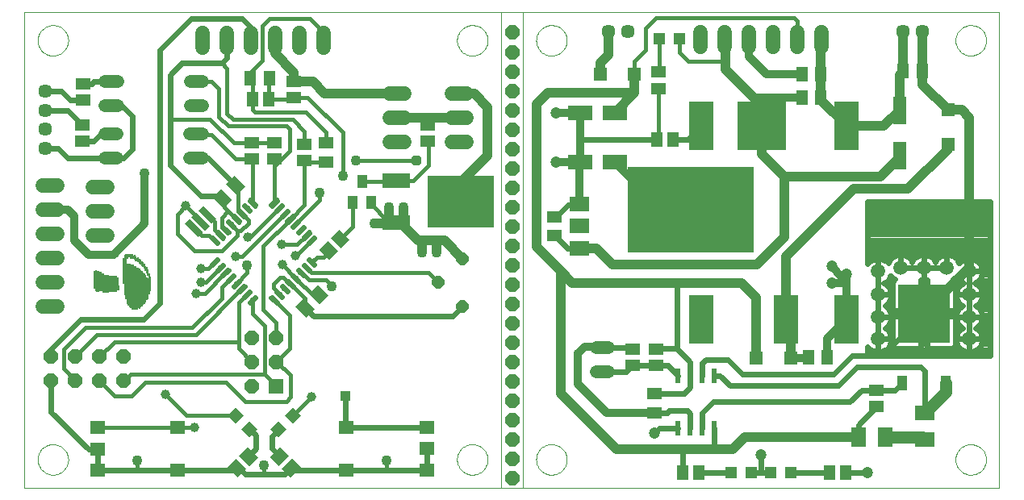
<source format=gtl>
G75*
G70*
%OFA0B0*%
%FSLAX24Y24*%
%IPPOS*%
%LPD*%
%AMOC8*
5,1,8,0,0,1.08239X$1,22.5*
%
%ADD10C,0.0000*%
%ADD11R,0.0050X0.0750*%
%ADD12R,0.0050X0.0900*%
%ADD13R,0.0050X0.0850*%
%ADD14R,0.0050X0.0800*%
%ADD15R,0.0050X0.0700*%
%ADD16R,0.0050X0.0650*%
%ADD17R,0.0050X0.0550*%
%ADD18R,0.0050X0.0200*%
%ADD19R,0.0050X0.1100*%
%ADD20R,0.0050X0.1650*%
%ADD21R,0.0050X0.1900*%
%ADD22R,0.0050X0.0150*%
%ADD23R,0.0050X0.1750*%
%ADD24R,0.0050X0.1800*%
%ADD25R,0.0050X0.1850*%
%ADD26R,0.0050X0.1700*%
%ADD27R,0.0050X0.1550*%
%ADD28R,0.0050X0.1450*%
%ADD29R,0.0050X0.1350*%
%ADD30R,0.0050X0.1250*%
%ADD31R,0.0050X0.1150*%
%ADD32R,0.0050X0.0250*%
%ADD33R,0.0050X0.0950*%
%ADD34R,0.0050X0.0600*%
%ADD35R,0.5197X0.3543*%
%ADD36R,0.0600X0.0040*%
%ADD37R,0.0720X0.0040*%
%ADD38R,0.0680X0.0040*%
%ADD39R,0.0640X0.0040*%
%ADD40R,0.0560X0.0040*%
%ADD41R,0.0520X0.0040*%
%ADD42R,0.0440X0.0040*%
%ADD43R,0.0160X0.0040*%
%ADD44R,0.0880X0.0040*%
%ADD45R,0.1320X0.0040*%
%ADD46R,0.1520X0.0040*%
%ADD47R,0.0120X0.0040*%
%ADD48R,0.1400X0.0040*%
%ADD49R,0.1440X0.0040*%
%ADD50R,0.1480X0.0040*%
%ADD51R,0.1360X0.0040*%
%ADD52R,0.1240X0.0040*%
%ADD53R,0.1160X0.0040*%
%ADD54R,0.1080X0.0040*%
%ADD55R,0.1000X0.0040*%
%ADD56R,0.0920X0.0040*%
%ADD57R,0.0200X0.0040*%
%ADD58R,0.0760X0.0040*%
%ADD59R,0.0480X0.0040*%
%ADD60R,0.0600X0.0600*%
%ADD61OC8,0.0600*%
%ADD62R,0.0591X0.0512*%
%ADD63R,0.0512X0.0630*%
%ADD64R,0.0472X0.0472*%
%ADD65R,0.0512X0.0591*%
%ADD66C,0.0600*%
%ADD67OC8,0.0517*%
%ADD68C,0.0165*%
%ADD69R,0.0630X0.0512*%
%ADD70R,0.0630X0.0551*%
%ADD71R,0.0787X0.0276*%
%ADD72R,0.2756X0.2146*%
%ADD73R,0.1180X0.0630*%
%ADD74C,0.0517*%
%ADD75C,0.0571*%
%ADD76R,0.0394X0.0551*%
%ADD77R,0.0236X0.0591*%
%ADD78R,0.0630X0.0787*%
%ADD79R,0.0551X0.0551*%
%ADD80R,0.0472X0.0472*%
%ADD81R,0.2126X0.2441*%
%ADD82R,0.0394X0.0630*%
%ADD83R,0.0787X0.0591*%
%ADD84R,0.0787X0.1496*%
%ADD85R,0.1000X0.2000*%
%ADD86R,0.2000X0.2000*%
%ADD87R,0.0787X0.0630*%
%ADD88R,0.1024X0.0630*%
%ADD89R,0.0551X0.1181*%
%ADD90C,0.0160*%
%ADD91C,0.0240*%
%ADD92C,0.0400*%
%ADD93C,0.0433*%
%ADD94C,0.0394*%
%ADD95C,0.0320*%
%ADD96C,0.0157*%
%ADD97R,0.0433X0.0433*%
%ADD98OC8,0.0433*%
%ADD99C,0.0472*%
%ADD100C,0.0591*%
%ADD101C,0.0500*%
%ADD102OC8,0.0591*%
D10*
X000180Y000314D02*
X019865Y000314D01*
X020771Y000314D01*
X040456Y000314D01*
X040456Y019999D01*
X020771Y019999D01*
X020771Y000314D01*
X019865Y000314D02*
X019865Y019999D01*
X020771Y019999D01*
X019865Y019999D02*
X000180Y019999D01*
X000180Y000314D01*
X000731Y001495D02*
X000733Y001545D01*
X000739Y001595D01*
X000749Y001644D01*
X000763Y001692D01*
X000780Y001739D01*
X000801Y001784D01*
X000826Y001828D01*
X000854Y001869D01*
X000886Y001908D01*
X000920Y001945D01*
X000957Y001979D01*
X000997Y002009D01*
X001039Y002036D01*
X001083Y002060D01*
X001129Y002081D01*
X001176Y002097D01*
X001224Y002110D01*
X001274Y002119D01*
X001323Y002124D01*
X001374Y002125D01*
X001424Y002122D01*
X001473Y002115D01*
X001522Y002104D01*
X001570Y002089D01*
X001616Y002071D01*
X001661Y002049D01*
X001704Y002023D01*
X001745Y001994D01*
X001784Y001962D01*
X001820Y001927D01*
X001852Y001889D01*
X001882Y001849D01*
X001909Y001806D01*
X001932Y001762D01*
X001951Y001716D01*
X001967Y001668D01*
X001979Y001619D01*
X001987Y001570D01*
X001991Y001520D01*
X001991Y001470D01*
X001987Y001420D01*
X001979Y001371D01*
X001967Y001322D01*
X001951Y001274D01*
X001932Y001228D01*
X001909Y001184D01*
X001882Y001141D01*
X001852Y001101D01*
X001820Y001063D01*
X001784Y001028D01*
X001745Y000996D01*
X001704Y000967D01*
X001661Y000941D01*
X001616Y000919D01*
X001570Y000901D01*
X001522Y000886D01*
X001473Y000875D01*
X001424Y000868D01*
X001374Y000865D01*
X001323Y000866D01*
X001274Y000871D01*
X001224Y000880D01*
X001176Y000893D01*
X001129Y000909D01*
X001083Y000930D01*
X001039Y000954D01*
X000997Y000981D01*
X000957Y001011D01*
X000920Y001045D01*
X000886Y001082D01*
X000854Y001121D01*
X000826Y001162D01*
X000801Y001206D01*
X000780Y001251D01*
X000763Y001298D01*
X000749Y001346D01*
X000739Y001395D01*
X000733Y001445D01*
X000731Y001495D01*
X018054Y001495D02*
X018056Y001545D01*
X018062Y001595D01*
X018072Y001644D01*
X018086Y001692D01*
X018103Y001739D01*
X018124Y001784D01*
X018149Y001828D01*
X018177Y001869D01*
X018209Y001908D01*
X018243Y001945D01*
X018280Y001979D01*
X018320Y002009D01*
X018362Y002036D01*
X018406Y002060D01*
X018452Y002081D01*
X018499Y002097D01*
X018547Y002110D01*
X018597Y002119D01*
X018646Y002124D01*
X018697Y002125D01*
X018747Y002122D01*
X018796Y002115D01*
X018845Y002104D01*
X018893Y002089D01*
X018939Y002071D01*
X018984Y002049D01*
X019027Y002023D01*
X019068Y001994D01*
X019107Y001962D01*
X019143Y001927D01*
X019175Y001889D01*
X019205Y001849D01*
X019232Y001806D01*
X019255Y001762D01*
X019274Y001716D01*
X019290Y001668D01*
X019302Y001619D01*
X019310Y001570D01*
X019314Y001520D01*
X019314Y001470D01*
X019310Y001420D01*
X019302Y001371D01*
X019290Y001322D01*
X019274Y001274D01*
X019255Y001228D01*
X019232Y001184D01*
X019205Y001141D01*
X019175Y001101D01*
X019143Y001063D01*
X019107Y001028D01*
X019068Y000996D01*
X019027Y000967D01*
X018984Y000941D01*
X018939Y000919D01*
X018893Y000901D01*
X018845Y000886D01*
X018796Y000875D01*
X018747Y000868D01*
X018697Y000865D01*
X018646Y000866D01*
X018597Y000871D01*
X018547Y000880D01*
X018499Y000893D01*
X018452Y000909D01*
X018406Y000930D01*
X018362Y000954D01*
X018320Y000981D01*
X018280Y001011D01*
X018243Y001045D01*
X018209Y001082D01*
X018177Y001121D01*
X018149Y001162D01*
X018124Y001206D01*
X018103Y001251D01*
X018086Y001298D01*
X018072Y001346D01*
X018062Y001395D01*
X018056Y001445D01*
X018054Y001495D01*
X021322Y001495D02*
X021324Y001545D01*
X021330Y001595D01*
X021340Y001644D01*
X021354Y001692D01*
X021371Y001739D01*
X021392Y001784D01*
X021417Y001828D01*
X021445Y001869D01*
X021477Y001908D01*
X021511Y001945D01*
X021548Y001979D01*
X021588Y002009D01*
X021630Y002036D01*
X021674Y002060D01*
X021720Y002081D01*
X021767Y002097D01*
X021815Y002110D01*
X021865Y002119D01*
X021914Y002124D01*
X021965Y002125D01*
X022015Y002122D01*
X022064Y002115D01*
X022113Y002104D01*
X022161Y002089D01*
X022207Y002071D01*
X022252Y002049D01*
X022295Y002023D01*
X022336Y001994D01*
X022375Y001962D01*
X022411Y001927D01*
X022443Y001889D01*
X022473Y001849D01*
X022500Y001806D01*
X022523Y001762D01*
X022542Y001716D01*
X022558Y001668D01*
X022570Y001619D01*
X022578Y001570D01*
X022582Y001520D01*
X022582Y001470D01*
X022578Y001420D01*
X022570Y001371D01*
X022558Y001322D01*
X022542Y001274D01*
X022523Y001228D01*
X022500Y001184D01*
X022473Y001141D01*
X022443Y001101D01*
X022411Y001063D01*
X022375Y001028D01*
X022336Y000996D01*
X022295Y000967D01*
X022252Y000941D01*
X022207Y000919D01*
X022161Y000901D01*
X022113Y000886D01*
X022064Y000875D01*
X022015Y000868D01*
X021965Y000865D01*
X021914Y000866D01*
X021865Y000871D01*
X021815Y000880D01*
X021767Y000893D01*
X021720Y000909D01*
X021674Y000930D01*
X021630Y000954D01*
X021588Y000981D01*
X021548Y001011D01*
X021511Y001045D01*
X021477Y001082D01*
X021445Y001121D01*
X021417Y001162D01*
X021392Y001206D01*
X021371Y001251D01*
X021354Y001298D01*
X021340Y001346D01*
X021330Y001395D01*
X021324Y001445D01*
X021322Y001495D01*
X038645Y001495D02*
X038647Y001545D01*
X038653Y001595D01*
X038663Y001644D01*
X038677Y001692D01*
X038694Y001739D01*
X038715Y001784D01*
X038740Y001828D01*
X038768Y001869D01*
X038800Y001908D01*
X038834Y001945D01*
X038871Y001979D01*
X038911Y002009D01*
X038953Y002036D01*
X038997Y002060D01*
X039043Y002081D01*
X039090Y002097D01*
X039138Y002110D01*
X039188Y002119D01*
X039237Y002124D01*
X039288Y002125D01*
X039338Y002122D01*
X039387Y002115D01*
X039436Y002104D01*
X039484Y002089D01*
X039530Y002071D01*
X039575Y002049D01*
X039618Y002023D01*
X039659Y001994D01*
X039698Y001962D01*
X039734Y001927D01*
X039766Y001889D01*
X039796Y001849D01*
X039823Y001806D01*
X039846Y001762D01*
X039865Y001716D01*
X039881Y001668D01*
X039893Y001619D01*
X039901Y001570D01*
X039905Y001520D01*
X039905Y001470D01*
X039901Y001420D01*
X039893Y001371D01*
X039881Y001322D01*
X039865Y001274D01*
X039846Y001228D01*
X039823Y001184D01*
X039796Y001141D01*
X039766Y001101D01*
X039734Y001063D01*
X039698Y001028D01*
X039659Y000996D01*
X039618Y000967D01*
X039575Y000941D01*
X039530Y000919D01*
X039484Y000901D01*
X039436Y000886D01*
X039387Y000875D01*
X039338Y000868D01*
X039288Y000865D01*
X039237Y000866D01*
X039188Y000871D01*
X039138Y000880D01*
X039090Y000893D01*
X039043Y000909D01*
X038997Y000930D01*
X038953Y000954D01*
X038911Y000981D01*
X038871Y001011D01*
X038834Y001045D01*
X038800Y001082D01*
X038768Y001121D01*
X038740Y001162D01*
X038715Y001206D01*
X038694Y001251D01*
X038677Y001298D01*
X038663Y001346D01*
X038653Y001395D01*
X038647Y001445D01*
X038645Y001495D01*
X038645Y018818D02*
X038647Y018868D01*
X038653Y018918D01*
X038663Y018967D01*
X038677Y019015D01*
X038694Y019062D01*
X038715Y019107D01*
X038740Y019151D01*
X038768Y019192D01*
X038800Y019231D01*
X038834Y019268D01*
X038871Y019302D01*
X038911Y019332D01*
X038953Y019359D01*
X038997Y019383D01*
X039043Y019404D01*
X039090Y019420D01*
X039138Y019433D01*
X039188Y019442D01*
X039237Y019447D01*
X039288Y019448D01*
X039338Y019445D01*
X039387Y019438D01*
X039436Y019427D01*
X039484Y019412D01*
X039530Y019394D01*
X039575Y019372D01*
X039618Y019346D01*
X039659Y019317D01*
X039698Y019285D01*
X039734Y019250D01*
X039766Y019212D01*
X039796Y019172D01*
X039823Y019129D01*
X039846Y019085D01*
X039865Y019039D01*
X039881Y018991D01*
X039893Y018942D01*
X039901Y018893D01*
X039905Y018843D01*
X039905Y018793D01*
X039901Y018743D01*
X039893Y018694D01*
X039881Y018645D01*
X039865Y018597D01*
X039846Y018551D01*
X039823Y018507D01*
X039796Y018464D01*
X039766Y018424D01*
X039734Y018386D01*
X039698Y018351D01*
X039659Y018319D01*
X039618Y018290D01*
X039575Y018264D01*
X039530Y018242D01*
X039484Y018224D01*
X039436Y018209D01*
X039387Y018198D01*
X039338Y018191D01*
X039288Y018188D01*
X039237Y018189D01*
X039188Y018194D01*
X039138Y018203D01*
X039090Y018216D01*
X039043Y018232D01*
X038997Y018253D01*
X038953Y018277D01*
X038911Y018304D01*
X038871Y018334D01*
X038834Y018368D01*
X038800Y018405D01*
X038768Y018444D01*
X038740Y018485D01*
X038715Y018529D01*
X038694Y018574D01*
X038677Y018621D01*
X038663Y018669D01*
X038653Y018718D01*
X038647Y018768D01*
X038645Y018818D01*
X021322Y018818D02*
X021324Y018868D01*
X021330Y018918D01*
X021340Y018967D01*
X021354Y019015D01*
X021371Y019062D01*
X021392Y019107D01*
X021417Y019151D01*
X021445Y019192D01*
X021477Y019231D01*
X021511Y019268D01*
X021548Y019302D01*
X021588Y019332D01*
X021630Y019359D01*
X021674Y019383D01*
X021720Y019404D01*
X021767Y019420D01*
X021815Y019433D01*
X021865Y019442D01*
X021914Y019447D01*
X021965Y019448D01*
X022015Y019445D01*
X022064Y019438D01*
X022113Y019427D01*
X022161Y019412D01*
X022207Y019394D01*
X022252Y019372D01*
X022295Y019346D01*
X022336Y019317D01*
X022375Y019285D01*
X022411Y019250D01*
X022443Y019212D01*
X022473Y019172D01*
X022500Y019129D01*
X022523Y019085D01*
X022542Y019039D01*
X022558Y018991D01*
X022570Y018942D01*
X022578Y018893D01*
X022582Y018843D01*
X022582Y018793D01*
X022578Y018743D01*
X022570Y018694D01*
X022558Y018645D01*
X022542Y018597D01*
X022523Y018551D01*
X022500Y018507D01*
X022473Y018464D01*
X022443Y018424D01*
X022411Y018386D01*
X022375Y018351D01*
X022336Y018319D01*
X022295Y018290D01*
X022252Y018264D01*
X022207Y018242D01*
X022161Y018224D01*
X022113Y018209D01*
X022064Y018198D01*
X022015Y018191D01*
X021965Y018188D01*
X021914Y018189D01*
X021865Y018194D01*
X021815Y018203D01*
X021767Y018216D01*
X021720Y018232D01*
X021674Y018253D01*
X021630Y018277D01*
X021588Y018304D01*
X021548Y018334D01*
X021511Y018368D01*
X021477Y018405D01*
X021445Y018444D01*
X021417Y018485D01*
X021392Y018529D01*
X021371Y018574D01*
X021354Y018621D01*
X021340Y018669D01*
X021330Y018718D01*
X021324Y018768D01*
X021322Y018818D01*
X018054Y018818D02*
X018056Y018868D01*
X018062Y018918D01*
X018072Y018967D01*
X018086Y019015D01*
X018103Y019062D01*
X018124Y019107D01*
X018149Y019151D01*
X018177Y019192D01*
X018209Y019231D01*
X018243Y019268D01*
X018280Y019302D01*
X018320Y019332D01*
X018362Y019359D01*
X018406Y019383D01*
X018452Y019404D01*
X018499Y019420D01*
X018547Y019433D01*
X018597Y019442D01*
X018646Y019447D01*
X018697Y019448D01*
X018747Y019445D01*
X018796Y019438D01*
X018845Y019427D01*
X018893Y019412D01*
X018939Y019394D01*
X018984Y019372D01*
X019027Y019346D01*
X019068Y019317D01*
X019107Y019285D01*
X019143Y019250D01*
X019175Y019212D01*
X019205Y019172D01*
X019232Y019129D01*
X019255Y019085D01*
X019274Y019039D01*
X019290Y018991D01*
X019302Y018942D01*
X019310Y018893D01*
X019314Y018843D01*
X019314Y018793D01*
X019310Y018743D01*
X019302Y018694D01*
X019290Y018645D01*
X019274Y018597D01*
X019255Y018551D01*
X019232Y018507D01*
X019205Y018464D01*
X019175Y018424D01*
X019143Y018386D01*
X019107Y018351D01*
X019068Y018319D01*
X019027Y018290D01*
X018984Y018264D01*
X018939Y018242D01*
X018893Y018224D01*
X018845Y018209D01*
X018796Y018198D01*
X018747Y018191D01*
X018697Y018188D01*
X018646Y018189D01*
X018597Y018194D01*
X018547Y018203D01*
X018499Y018216D01*
X018452Y018232D01*
X018406Y018253D01*
X018362Y018277D01*
X018320Y018304D01*
X018280Y018334D01*
X018243Y018368D01*
X018209Y018405D01*
X018177Y018444D01*
X018149Y018485D01*
X018124Y018529D01*
X018103Y018574D01*
X018086Y018621D01*
X018072Y018669D01*
X018062Y018718D01*
X018056Y018768D01*
X018054Y018818D01*
X000731Y018818D02*
X000733Y018868D01*
X000739Y018918D01*
X000749Y018967D01*
X000763Y019015D01*
X000780Y019062D01*
X000801Y019107D01*
X000826Y019151D01*
X000854Y019192D01*
X000886Y019231D01*
X000920Y019268D01*
X000957Y019302D01*
X000997Y019332D01*
X001039Y019359D01*
X001083Y019383D01*
X001129Y019404D01*
X001176Y019420D01*
X001224Y019433D01*
X001274Y019442D01*
X001323Y019447D01*
X001374Y019448D01*
X001424Y019445D01*
X001473Y019438D01*
X001522Y019427D01*
X001570Y019412D01*
X001616Y019394D01*
X001661Y019372D01*
X001704Y019346D01*
X001745Y019317D01*
X001784Y019285D01*
X001820Y019250D01*
X001852Y019212D01*
X001882Y019172D01*
X001909Y019129D01*
X001932Y019085D01*
X001951Y019039D01*
X001967Y018991D01*
X001979Y018942D01*
X001987Y018893D01*
X001991Y018843D01*
X001991Y018793D01*
X001987Y018743D01*
X001979Y018694D01*
X001967Y018645D01*
X001951Y018597D01*
X001932Y018551D01*
X001909Y018507D01*
X001882Y018464D01*
X001852Y018424D01*
X001820Y018386D01*
X001784Y018351D01*
X001745Y018319D01*
X001704Y018290D01*
X001661Y018264D01*
X001616Y018242D01*
X001570Y018224D01*
X001522Y018209D01*
X001473Y018198D01*
X001424Y018191D01*
X001374Y018188D01*
X001323Y018189D01*
X001274Y018194D01*
X001224Y018203D01*
X001176Y018216D01*
X001129Y018232D01*
X001083Y018253D01*
X001039Y018277D01*
X000997Y018304D01*
X000957Y018334D01*
X000920Y018368D01*
X000886Y018405D01*
X000854Y018444D01*
X000826Y018485D01*
X000801Y018529D01*
X000780Y018574D01*
X000763Y018621D01*
X000749Y018669D01*
X000739Y018718D01*
X000733Y018768D01*
X000731Y018818D01*
D11*
X003080Y008914D03*
X003380Y008814D03*
X003480Y008764D03*
X003530Y008764D03*
X003580Y008764D03*
X003630Y008764D03*
D12*
X003130Y008889D03*
X005330Y008739D03*
D13*
X005280Y008564D03*
X003230Y008864D03*
X003180Y008864D03*
D14*
X003280Y008839D03*
X003330Y008839D03*
X003430Y008789D03*
D15*
X003680Y008739D03*
D16*
X003730Y008764D03*
X003780Y008764D03*
X003830Y008764D03*
X003880Y008764D03*
X003930Y008764D03*
X003980Y008764D03*
D17*
X004030Y008764D03*
D18*
X004080Y008589D03*
X005180Y009389D03*
X005130Y009489D03*
X005080Y009539D03*
X005030Y009589D03*
X004980Y009639D03*
X004930Y009689D03*
X004880Y009739D03*
X004780Y009789D03*
X004730Y009839D03*
X004630Y009889D03*
X004580Y009889D03*
X004430Y009889D03*
D19*
X004280Y009289D03*
D20*
X004330Y009114D03*
X004430Y008764D03*
X004930Y008564D03*
D21*
X004380Y009039D03*
D22*
X004830Y009764D03*
X004680Y009864D03*
X004530Y009914D03*
X004480Y009914D03*
D23*
X004480Y008714D03*
X004830Y008564D03*
D24*
X004780Y008589D03*
X004730Y008589D03*
X004580Y008639D03*
X004530Y008689D03*
D25*
X004630Y008614D03*
X004680Y008614D03*
D26*
X004880Y008589D03*
D27*
X004980Y008564D03*
D28*
X005030Y008564D03*
D29*
X005080Y008564D03*
D30*
X005130Y008564D03*
D31*
X005180Y008564D03*
D32*
X005280Y009214D03*
X005230Y009314D03*
D33*
X005230Y008564D03*
D34*
X005380Y008739D03*
D35*
X027717Y011820D03*
D36*
X024128Y007072D03*
X024128Y007032D03*
X024128Y006992D03*
X024128Y006952D03*
X024088Y006872D03*
X024008Y006632D03*
X034568Y016792D03*
X034648Y017032D03*
X034688Y017112D03*
X034688Y017152D03*
X034688Y017192D03*
X034688Y017232D03*
D37*
X034588Y016832D03*
X034708Y018592D03*
X024148Y008432D03*
X024028Y006672D03*
D38*
X024048Y006712D03*
X024048Y006752D03*
X024288Y008392D03*
X034608Y016872D03*
X034608Y016912D03*
X034848Y018552D03*
D39*
X034668Y017072D03*
X034628Y016992D03*
X034628Y016952D03*
X024108Y006912D03*
X024068Y006832D03*
X024068Y006792D03*
D40*
X024148Y007112D03*
X034708Y017272D03*
D41*
X034688Y017312D03*
X034688Y017352D03*
X034688Y017392D03*
X034688Y017432D03*
X034688Y017472D03*
X034688Y017512D03*
X024128Y007352D03*
X024128Y007312D03*
X024128Y007272D03*
X024128Y007232D03*
X024128Y007192D03*
X024128Y007152D03*
D42*
X024128Y007392D03*
X034688Y017552D03*
D43*
X034828Y017592D03*
X033788Y017872D03*
X033788Y017992D03*
X033788Y018032D03*
X033828Y018112D03*
X033868Y018152D03*
X033908Y018232D03*
X033948Y018272D03*
X033988Y018312D03*
X034028Y018352D03*
X034068Y018392D03*
X034108Y018432D03*
X034188Y018472D03*
X023628Y008312D03*
X023548Y008272D03*
X023508Y008232D03*
X023468Y008192D03*
X023428Y008152D03*
X023388Y008112D03*
X023348Y008072D03*
X023308Y007992D03*
X023268Y007952D03*
X023228Y007872D03*
X023228Y007832D03*
X023228Y007712D03*
X024268Y007432D03*
D44*
X023708Y007592D03*
X034268Y017752D03*
D45*
X034408Y017792D03*
X034688Y017872D03*
X034848Y018272D03*
X024288Y008112D03*
X024128Y007712D03*
X023848Y007632D03*
D46*
X023908Y007672D03*
X034468Y017832D03*
D47*
X033808Y018072D03*
X033768Y017952D03*
X033768Y017912D03*
X033888Y018192D03*
X023328Y008032D03*
X023248Y007912D03*
X023208Y007792D03*
X023208Y007752D03*
D48*
X024168Y007752D03*
X024288Y008032D03*
X034728Y017912D03*
X034848Y018192D03*
D49*
X034828Y018152D03*
X034828Y018112D03*
X034788Y017992D03*
X034748Y017952D03*
X024268Y007992D03*
X024268Y007952D03*
X024228Y007832D03*
X024188Y007792D03*
D50*
X024248Y007872D03*
X024248Y007912D03*
X034808Y018032D03*
X034808Y018072D03*
D51*
X034828Y018232D03*
X024268Y008072D03*
D52*
X024288Y008152D03*
X034848Y018312D03*
D53*
X034848Y018352D03*
X024288Y008192D03*
D54*
X024288Y008232D03*
X034848Y018392D03*
D55*
X034848Y018432D03*
X024288Y008272D03*
D56*
X024288Y008312D03*
X034848Y018472D03*
D57*
X034328Y018552D03*
X034248Y018512D03*
X023768Y008392D03*
X023688Y008352D03*
D58*
X024288Y008352D03*
X034848Y018512D03*
D59*
X034708Y018632D03*
X024148Y008472D03*
D60*
X010586Y004532D03*
D61*
X009586Y004532D03*
X009586Y005532D03*
X010586Y005532D03*
X010586Y006532D03*
X009586Y006532D03*
X004287Y005748D03*
X003287Y005748D03*
X002287Y005748D03*
X001287Y005748D03*
X001287Y004748D03*
X002287Y004748D03*
X003287Y004748D03*
X004287Y004748D03*
D62*
X009567Y013916D03*
X010519Y013924D03*
X011753Y013865D03*
X011753Y014534D03*
X010519Y014594D03*
X009567Y014586D03*
X011322Y016443D03*
X011322Y017112D03*
X016828Y015331D03*
X016828Y014662D03*
X026386Y016837D03*
X026386Y017507D03*
X026288Y006061D03*
X025315Y006069D03*
X025315Y005400D03*
X026288Y005392D03*
X035385Y004350D03*
X035385Y003681D03*
X002583Y014639D03*
X002583Y015309D03*
X002602Y016348D03*
X002602Y017017D03*
D63*
X009511Y017250D03*
X010298Y017250D03*
G36*
X009311Y012792D02*
X008949Y012430D01*
X008505Y012874D01*
X008867Y013236D01*
X009311Y012792D01*
G37*
G36*
X008755Y012235D02*
X008393Y011873D01*
X007949Y012317D01*
X008311Y012679D01*
X008755Y012235D01*
G37*
G36*
X012741Y008282D02*
X012379Y007920D01*
X011935Y008364D01*
X012297Y008726D01*
X012741Y008282D01*
G37*
G36*
X012185Y007725D02*
X011823Y007363D01*
X011379Y007807D01*
X011741Y008169D01*
X012185Y007725D01*
G37*
X032295Y016449D03*
X033082Y016449D03*
X033088Y017432D03*
X032300Y017432D03*
X036488Y017557D03*
X037276Y017557D03*
X033344Y005725D03*
X032557Y005725D03*
D64*
G36*
X011263Y003666D02*
X011596Y003333D01*
X011263Y003000D01*
X010930Y003333D01*
X011263Y003666D01*
G37*
G36*
X010678Y003081D02*
X011011Y002748D01*
X010678Y002415D01*
X010345Y002748D01*
X010678Y003081D01*
G37*
G36*
X009153Y002751D02*
X009486Y003084D01*
X009819Y002751D01*
X009486Y002418D01*
X009153Y002751D01*
G37*
G36*
X008568Y003336D02*
X008901Y003669D01*
X009234Y003336D01*
X008901Y003003D01*
X008568Y003336D01*
G37*
D65*
G36*
X009826Y001595D02*
X009464Y001233D01*
X009048Y001649D01*
X009410Y002011D01*
X009826Y001595D01*
G37*
G36*
X010756Y002010D02*
X011118Y001648D01*
X010702Y001232D01*
X010340Y001594D01*
X010756Y002010D01*
G37*
G36*
X011229Y001537D02*
X011591Y001175D01*
X011175Y000759D01*
X010813Y001121D01*
X011229Y001537D01*
G37*
G36*
X009353Y001122D02*
X008991Y000760D01*
X008575Y001176D01*
X008937Y001538D01*
X009353Y001122D01*
G37*
X027375Y000967D03*
X028044Y000967D03*
X033437Y000970D03*
X034106Y000970D03*
G36*
X013611Y010587D02*
X013249Y010225D01*
X012833Y010641D01*
X013195Y011003D01*
X013611Y010587D01*
G37*
G36*
X013138Y010113D02*
X012776Y009751D01*
X012360Y010167D01*
X012722Y010529D01*
X013138Y010113D01*
G37*
X010278Y016384D03*
X009609Y016384D03*
X026298Y014738D03*
X026967Y014738D03*
D66*
X028111Y018555D02*
X028111Y019155D01*
X029111Y019155D02*
X029111Y018555D01*
X030111Y018555D02*
X030111Y019155D01*
X031111Y019155D02*
X031111Y018555D01*
X032111Y018555D02*
X032111Y019155D01*
X033111Y019155D02*
X033111Y018555D01*
X018433Y016629D02*
X017833Y016629D01*
X015874Y016629D02*
X015274Y016629D01*
X015274Y015629D02*
X015874Y015629D01*
X017833Y015629D02*
X018433Y015629D01*
X018433Y014629D02*
X017833Y014629D01*
X015874Y014629D02*
X015274Y014629D01*
X012529Y018533D02*
X012529Y019133D01*
X011529Y019133D02*
X011529Y018533D01*
X010529Y018533D02*
X010529Y019133D01*
X009529Y019133D02*
X009529Y018533D01*
X008529Y018533D02*
X008529Y019133D01*
X007529Y019133D02*
X007529Y018533D01*
X003608Y012762D02*
X003008Y012762D01*
X001553Y012814D02*
X000953Y012814D01*
X000953Y011814D02*
X001553Y011814D01*
X003008Y011762D02*
X003608Y011762D01*
X003608Y010762D02*
X003008Y010762D01*
X001553Y010814D02*
X000953Y010814D01*
X000953Y009814D02*
X001553Y009814D01*
X001553Y008814D02*
X000953Y008814D01*
X000953Y007814D02*
X001553Y007814D01*
D67*
X017271Y008807D03*
X018271Y007817D03*
X018271Y009797D03*
D68*
X012149Y009518D02*
X011913Y009754D01*
X011953Y009794D01*
X012189Y009558D01*
X012149Y009518D01*
X012065Y009682D02*
X011985Y009682D01*
X011690Y009531D02*
X011926Y009295D01*
X011690Y009531D02*
X011730Y009571D01*
X011966Y009335D01*
X011926Y009295D01*
X011842Y009459D02*
X011762Y009459D01*
X011467Y009309D02*
X011703Y009073D01*
X011467Y009309D02*
X011507Y009349D01*
X011743Y009113D01*
X011703Y009073D01*
X011619Y009237D02*
X011539Y009237D01*
X011244Y009086D02*
X011480Y008850D01*
X011244Y009086D02*
X011284Y009126D01*
X011520Y008890D01*
X011480Y008850D01*
X011396Y009014D02*
X011316Y009014D01*
X011022Y008863D02*
X011258Y008627D01*
X011022Y008863D02*
X011062Y008903D01*
X011298Y008667D01*
X011258Y008627D01*
X011174Y008791D02*
X011094Y008791D01*
X010799Y008641D02*
X011035Y008405D01*
X010799Y008641D02*
X010839Y008681D01*
X011075Y008445D01*
X011035Y008405D01*
X010951Y008569D02*
X010871Y008569D01*
X010576Y008418D02*
X010812Y008182D01*
X010576Y008418D02*
X010616Y008458D01*
X010852Y008222D01*
X010812Y008182D01*
X010728Y008346D02*
X010648Y008346D01*
X010354Y008195D02*
X010590Y007959D01*
X010354Y008195D02*
X010394Y008235D01*
X010630Y007999D01*
X010590Y007959D01*
X010506Y008123D02*
X010426Y008123D01*
X009503Y007959D02*
X009463Y007999D01*
X009699Y008235D01*
X009739Y008195D01*
X009503Y007959D01*
X009587Y008123D02*
X009667Y008123D01*
X009280Y008182D02*
X009240Y008222D01*
X009476Y008458D01*
X009516Y008418D01*
X009280Y008182D01*
X009364Y008346D02*
X009444Y008346D01*
X009057Y008405D02*
X009017Y008445D01*
X009253Y008681D01*
X009293Y008641D01*
X009057Y008405D01*
X009141Y008569D02*
X009221Y008569D01*
X008835Y008627D02*
X008795Y008667D01*
X009031Y008903D01*
X009071Y008863D01*
X008835Y008627D01*
X008919Y008791D02*
X008999Y008791D01*
X008612Y008850D02*
X008572Y008890D01*
X008808Y009126D01*
X008848Y009086D01*
X008612Y008850D01*
X008696Y009014D02*
X008776Y009014D01*
X008389Y009073D02*
X008349Y009113D01*
X008585Y009349D01*
X008625Y009309D01*
X008389Y009073D01*
X008473Y009237D02*
X008553Y009237D01*
X008166Y009295D02*
X008126Y009335D01*
X008362Y009571D01*
X008402Y009531D01*
X008166Y009295D01*
X008250Y009459D02*
X008330Y009459D01*
X007944Y009518D02*
X007904Y009558D01*
X008140Y009794D01*
X008180Y009754D01*
X007944Y009518D01*
X008028Y009682D02*
X008108Y009682D01*
X008140Y010409D02*
X007904Y010645D01*
X007944Y010685D01*
X008180Y010449D01*
X008140Y010409D01*
X008056Y010573D02*
X007976Y010573D01*
X008126Y010868D02*
X008362Y010632D01*
X008126Y010868D02*
X008166Y010908D01*
X008402Y010672D01*
X008362Y010632D01*
X008278Y010796D02*
X008198Y010796D01*
X008349Y011090D02*
X008585Y010854D01*
X008349Y011090D02*
X008389Y011130D01*
X008625Y010894D01*
X008585Y010854D01*
X008501Y011018D02*
X008421Y011018D01*
X008572Y011313D02*
X008808Y011077D01*
X008572Y011313D02*
X008612Y011353D01*
X008848Y011117D01*
X008808Y011077D01*
X008724Y011241D02*
X008644Y011241D01*
X008795Y011536D02*
X009031Y011300D01*
X008795Y011536D02*
X008835Y011576D01*
X009071Y011340D01*
X009031Y011300D01*
X008947Y011464D02*
X008867Y011464D01*
X009017Y011759D02*
X009253Y011523D01*
X009017Y011759D02*
X009057Y011799D01*
X009293Y011563D01*
X009253Y011523D01*
X009169Y011687D02*
X009089Y011687D01*
X009240Y011981D02*
X009476Y011745D01*
X009240Y011981D02*
X009280Y012021D01*
X009516Y011785D01*
X009476Y011745D01*
X009392Y011909D02*
X009312Y011909D01*
X009463Y012204D02*
X009699Y011968D01*
X009463Y012204D02*
X009503Y012244D01*
X009739Y012008D01*
X009699Y011968D01*
X009615Y012132D02*
X009535Y012132D01*
X010354Y012008D02*
X010394Y011968D01*
X010354Y012008D02*
X010590Y012244D01*
X010630Y012204D01*
X010394Y011968D01*
X010478Y012132D02*
X010558Y012132D01*
X010576Y011785D02*
X010616Y011745D01*
X010576Y011785D02*
X010812Y012021D01*
X010852Y011981D01*
X010616Y011745D01*
X010700Y011909D02*
X010780Y011909D01*
X010799Y011563D02*
X010839Y011523D01*
X010799Y011563D02*
X011035Y011799D01*
X011075Y011759D01*
X010839Y011523D01*
X010923Y011687D02*
X011003Y011687D01*
X011022Y011340D02*
X011062Y011300D01*
X011022Y011340D02*
X011258Y011576D01*
X011298Y011536D01*
X011062Y011300D01*
X011146Y011464D02*
X011226Y011464D01*
X011244Y011117D02*
X011284Y011077D01*
X011244Y011117D02*
X011480Y011353D01*
X011520Y011313D01*
X011284Y011077D01*
X011368Y011241D02*
X011448Y011241D01*
X011467Y010894D02*
X011507Y010854D01*
X011467Y010894D02*
X011703Y011130D01*
X011743Y011090D01*
X011507Y010854D01*
X011591Y011018D02*
X011671Y011018D01*
X011690Y010672D02*
X011730Y010632D01*
X011690Y010672D02*
X011926Y010908D01*
X011966Y010868D01*
X011730Y010632D01*
X011814Y010796D02*
X011894Y010796D01*
X011913Y010449D02*
X011953Y010409D01*
X011913Y010449D02*
X012149Y010685D01*
X012189Y010645D01*
X011953Y010409D01*
X012037Y010573D02*
X012117Y010573D01*
D69*
X012626Y013804D03*
X012626Y014591D03*
X022065Y011530D03*
X022065Y010743D03*
X026198Y004207D03*
X026198Y003419D03*
D70*
X016793Y002827D03*
X016793Y001941D03*
X016793Y001055D03*
X013486Y001055D03*
X013486Y002827D03*
X006507Y002810D03*
X006507Y001039D03*
X003200Y001039D03*
X003200Y001924D03*
X003200Y002810D03*
D71*
G36*
X007361Y010691D02*
X006806Y011246D01*
X007001Y011441D01*
X007556Y010886D01*
X007361Y010691D01*
G37*
G36*
X007640Y010969D02*
X007085Y011524D01*
X007280Y011719D01*
X007835Y011164D01*
X007640Y010969D01*
G37*
G36*
X007918Y011248D02*
X007363Y011803D01*
X007558Y011998D01*
X008113Y011443D01*
X007918Y011248D01*
G37*
D72*
X018214Y012143D03*
D73*
X015545Y011273D03*
X015545Y013033D03*
D74*
X007531Y013952D02*
X007014Y013952D01*
X007014Y014952D02*
X007531Y014952D01*
X007544Y016130D02*
X007028Y016130D01*
X007028Y017130D02*
X007544Y017130D01*
X004028Y017130D02*
X003511Y017130D01*
X003511Y016130D02*
X004028Y016130D01*
X004014Y014952D02*
X003497Y014952D01*
X003497Y013952D02*
X004014Y013952D01*
X023805Y006138D02*
X024322Y006138D01*
X024322Y005138D02*
X023805Y005138D01*
D75*
X001055Y014358D03*
X001055Y015145D03*
X001055Y015933D03*
X001055Y016720D03*
X024308Y019190D03*
X025095Y019190D03*
X036477Y019177D03*
X037264Y019177D03*
D76*
X014504Y012131D03*
X013756Y012131D03*
X014130Y012997D03*
D77*
X027189Y004964D03*
X027689Y004964D03*
X028189Y004964D03*
X028689Y004964D03*
X028689Y002798D03*
X028189Y002798D03*
X027689Y002798D03*
X027189Y002798D03*
D78*
X034641Y002418D03*
X035743Y002418D03*
D79*
X031824Y005686D03*
X030403Y005686D03*
X038335Y014521D03*
X038335Y015942D03*
X025378Y017419D03*
X023957Y017419D03*
D80*
X026397Y018890D03*
X027224Y018890D03*
X029367Y000950D03*
X030193Y000950D03*
X031020Y000942D03*
X031847Y000942D03*
D81*
X037340Y007537D03*
D82*
X038237Y004663D03*
X036442Y004663D03*
D83*
X023099Y010234D03*
X023099Y011139D03*
X023099Y012045D03*
D84*
X025579Y011139D03*
D85*
X028135Y007288D03*
X031635Y007288D03*
X034135Y007288D03*
X034135Y015288D03*
X028135Y015288D03*
D86*
X030635Y015288D03*
D87*
X037368Y003423D03*
X037368Y002321D03*
D88*
X024557Y013792D03*
X023140Y013792D03*
X023140Y015832D03*
X024557Y015832D03*
D89*
X036328Y015937D03*
X036328Y014047D03*
D90*
X029128Y017872D02*
X029048Y017952D01*
X027608Y017952D01*
X027224Y018336D01*
X027224Y018890D01*
X026397Y018890D02*
X026397Y017518D01*
X026386Y017507D01*
X025378Y017419D02*
X025368Y017429D01*
X025368Y017952D01*
X025848Y018432D01*
X025848Y019312D01*
X026288Y019752D01*
X031968Y019752D01*
X032111Y019609D01*
X032111Y018855D01*
X026386Y016837D02*
X026386Y014827D01*
X026298Y014738D01*
X016880Y014610D02*
X016880Y013664D01*
X016249Y013033D01*
X015545Y013033D01*
X015509Y012997D01*
X014130Y012997D01*
X013330Y013214D02*
X013330Y015014D01*
X011880Y016464D01*
X011343Y016464D01*
X011322Y016443D01*
X011263Y016384D01*
X010278Y016384D01*
X010278Y017231D01*
X010298Y017250D01*
X009609Y017152D02*
X009609Y016384D01*
X009609Y015955D01*
X009700Y015864D01*
X011790Y015864D01*
X012630Y015024D01*
X012630Y014595D01*
X012626Y014591D01*
X011753Y014534D02*
X011753Y015071D01*
X011270Y015554D01*
X008790Y015554D01*
X008540Y015804D01*
X008540Y017663D01*
X008330Y017873D01*
X009511Y017485D02*
X009511Y017250D01*
X009609Y017152D01*
X009511Y017485D02*
X010020Y017994D01*
X010020Y019434D01*
X010300Y019714D01*
X011980Y019714D01*
X012529Y019166D01*
X012529Y018833D01*
X008211Y016810D02*
X008211Y015668D01*
X008605Y015275D01*
X011007Y015275D01*
X011125Y015157D01*
X011125Y014251D01*
X010574Y013700D01*
X010519Y013700D01*
X010519Y013924D01*
X010519Y013700D02*
X010519Y012134D01*
X010492Y012106D01*
X010714Y011883D02*
X009475Y010644D01*
X009405Y010689D01*
X008980Y010744D02*
X008980Y010934D01*
X008981Y010944D02*
X009117Y010944D01*
X009432Y011259D01*
X009432Y011377D01*
X009155Y011654D01*
X009155Y011661D01*
X008999Y011817D01*
X008999Y012598D01*
X008908Y012688D01*
X008908Y012833D01*
X008448Y012086D02*
X008448Y011923D01*
X008622Y011748D01*
X008583Y011748D01*
X008330Y011495D01*
X008330Y011150D01*
X008487Y010992D01*
X008264Y010773D02*
X008264Y010770D01*
X008264Y010773D02*
X008054Y010983D01*
X008054Y011307D01*
X007738Y011623D01*
X007460Y011355D02*
X006840Y011974D01*
X006500Y011634D01*
X006500Y010834D01*
X007220Y010114D01*
X008350Y010114D01*
X008980Y010744D01*
X008981Y010944D02*
X008710Y011215D01*
X008933Y011438D02*
X008622Y011748D01*
X009601Y012106D02*
X009601Y013883D01*
X009567Y013916D01*
X008901Y013916D01*
X007897Y014920D01*
X007045Y014920D01*
X007014Y014952D01*
X006254Y015564D02*
X006204Y015614D01*
X006254Y015564D02*
X007855Y015564D01*
X008833Y014586D01*
X009567Y014586D01*
X009576Y014594D01*
X010519Y014594D01*
X011753Y013865D02*
X011753Y012031D01*
X011160Y011438D01*
X010055Y010333D01*
X010055Y007689D01*
X010586Y007158D01*
X010586Y006532D01*
X010586Y006533D01*
X010090Y007034D02*
X009601Y007523D01*
X009601Y008097D01*
X009378Y008320D02*
X009030Y007972D01*
X009030Y006354D01*
X003893Y006354D01*
X003287Y005748D01*
X003180Y006654D02*
X002287Y005761D01*
X002287Y005748D01*
X001790Y006044D02*
X002690Y006944D01*
X007111Y006944D01*
X008330Y008163D01*
X008330Y008614D01*
X008704Y008988D01*
X008710Y008988D01*
X008933Y008765D02*
X009380Y009213D01*
X009380Y009514D01*
X009171Y009894D02*
X008900Y009894D01*
X008042Y009656D02*
X007770Y009384D01*
X007470Y009384D01*
X007665Y008834D02*
X008264Y009433D01*
X008487Y009211D02*
X008487Y009211D01*
X007630Y008354D01*
X007280Y008354D01*
X007480Y008834D02*
X007665Y008834D01*
X009155Y008543D02*
X007267Y006654D01*
X003180Y006654D01*
X001790Y006044D02*
X001790Y005245D01*
X002287Y004748D01*
X003287Y004748D02*
X003910Y004124D01*
X004600Y004124D01*
X005170Y004694D01*
X005230Y004694D01*
X005240Y004704D01*
X008490Y004704D01*
X009290Y003904D01*
X010990Y003904D01*
X011170Y004084D01*
X011170Y004984D01*
X010622Y005532D01*
X010586Y005532D01*
X011130Y006076D01*
X011130Y007464D01*
X010497Y008097D01*
X010492Y008097D01*
X010714Y008320D02*
X010460Y008574D01*
X010460Y008744D01*
X010740Y009024D01*
X010880Y009024D01*
X011139Y008765D01*
X011160Y008765D01*
X011782Y008143D01*
X011782Y007766D01*
X012126Y008244D02*
X012560Y008244D01*
X012482Y008323D01*
X012338Y008323D01*
X012126Y008244D02*
X011382Y008988D01*
X010830Y009540D01*
X010830Y009544D01*
X011380Y009924D02*
X011470Y010014D01*
X011520Y010014D01*
X012051Y010545D01*
X012051Y010547D01*
X011828Y010770D02*
X011432Y010374D01*
X010820Y010374D01*
X011382Y011215D02*
X012380Y012213D01*
X012380Y012514D01*
X013730Y012105D02*
X013756Y012131D01*
X013730Y012105D02*
X013730Y011114D01*
X013230Y010614D01*
X013222Y010614D01*
X012749Y010140D02*
X012749Y010083D01*
X012530Y009864D01*
X012259Y009864D01*
X012051Y009656D01*
X011828Y009433D02*
X012047Y009214D01*
X016860Y009214D01*
X017267Y008807D01*
X017271Y008807D01*
X012880Y008664D02*
X012630Y008914D01*
X011930Y008914D01*
X011633Y009211D01*
X011605Y009211D01*
X008042Y010547D02*
X008018Y010547D01*
X007818Y010747D01*
X007500Y010747D01*
X007181Y011066D01*
X007460Y011344D02*
X007460Y011355D01*
X011382Y011217D02*
X011382Y011215D01*
X014504Y012040D02*
X015180Y011364D01*
X014504Y012040D02*
X014504Y012131D01*
X013880Y013864D02*
X016380Y013864D01*
X016880Y014610D02*
X016828Y014662D01*
X016828Y015331D02*
X016828Y015627D01*
X016830Y015629D01*
X012626Y013804D02*
X011814Y013804D01*
X011753Y013865D01*
X008211Y016810D02*
X007897Y017125D01*
X007032Y017125D01*
X007028Y017130D01*
X010090Y007034D02*
X010090Y005028D01*
X004567Y005028D01*
X004287Y004748D01*
X006020Y004204D02*
X006888Y003336D01*
X008901Y003336D01*
X007200Y002814D02*
X006511Y002814D01*
X006507Y002810D01*
X003200Y002810D01*
X004855Y001439D02*
X004855Y001064D01*
X010080Y000914D02*
X010105Y000889D01*
X010080Y000914D02*
X010080Y001264D01*
X011263Y003333D02*
X012034Y004104D01*
X012040Y004104D01*
X010586Y004532D02*
X010090Y005028D01*
X009586Y005532D02*
X009586Y005533D01*
X009030Y006089D01*
X009030Y006354D01*
X015155Y001464D02*
X015155Y001089D01*
D91*
X016793Y001055D02*
X016793Y001941D01*
X016793Y001055D02*
X013486Y001055D01*
X011294Y001055D01*
X011202Y001148D01*
X010943Y000889D01*
X010105Y000889D01*
X009305Y000889D01*
X009045Y001149D01*
X008964Y001149D01*
X008854Y001039D01*
X006507Y001039D01*
X003200Y001039D01*
X003200Y001924D01*
X003189Y001914D01*
X002830Y001914D01*
X001287Y003458D01*
X001287Y004748D01*
X001287Y005748D02*
X001287Y006071D01*
X002520Y007304D01*
X005110Y007304D01*
X005770Y007964D01*
X005770Y018414D01*
X007070Y019714D01*
X009170Y019714D01*
X009530Y019354D01*
X009530Y018834D01*
X009529Y018833D01*
X008529Y018833D02*
X008529Y018072D01*
X008330Y017873D01*
X006676Y017873D01*
X006204Y017401D01*
X006204Y015614D01*
X006204Y013661D01*
X007463Y012401D01*
X008133Y012401D01*
X008448Y012086D01*
X008448Y012180D01*
X008352Y012276D01*
X008908Y012833D02*
X007789Y013952D01*
X007014Y013952D01*
X004655Y014314D02*
X004280Y013939D01*
X004027Y013939D01*
X004014Y013952D01*
X004002Y013939D01*
X001980Y013939D01*
X001561Y014358D01*
X001055Y014358D01*
X002583Y014639D02*
X003055Y014639D01*
X003355Y014939D01*
X004002Y014939D01*
X004014Y014952D01*
X004655Y014314D02*
X004655Y015689D01*
X004215Y016130D01*
X004028Y016130D01*
X002602Y016348D02*
X002593Y016339D01*
X002080Y016339D01*
X001699Y016720D01*
X001055Y016720D01*
X001055Y015933D02*
X001959Y015933D01*
X002583Y015309D01*
X002602Y017017D02*
X002958Y017017D01*
X003055Y017114D01*
X004012Y017114D01*
X004028Y017130D01*
X022065Y011530D02*
X022147Y011530D01*
X022648Y012032D01*
X023086Y012032D01*
X023099Y012045D01*
X022097Y010743D02*
X022608Y010232D01*
X023097Y010232D01*
X023099Y010234D01*
X022097Y010743D02*
X022065Y010743D01*
X027048Y008792D02*
X027128Y008712D01*
X027128Y006072D01*
X026299Y006072D01*
X026288Y006061D01*
X027128Y006072D02*
X027689Y005511D01*
X027689Y004964D01*
X027688Y004963D01*
X027688Y004472D01*
X027423Y004207D01*
X026198Y004207D01*
X026211Y003432D02*
X026198Y003419D01*
X026211Y003432D02*
X026728Y003432D01*
X026808Y003512D01*
X027568Y003512D01*
X027689Y003391D01*
X027689Y002798D01*
X028189Y002798D02*
X028189Y003413D01*
X028648Y003872D01*
X034288Y003872D01*
X034768Y004352D01*
X035384Y004352D01*
X035385Y004350D01*
X036130Y004350D01*
X036442Y004663D01*
X036395Y004710D01*
X037208Y005312D02*
X037368Y005152D01*
X037368Y003423D01*
X035385Y003681D02*
X034641Y002937D01*
X034641Y002418D01*
X034990Y000970D02*
X034106Y000970D01*
X033437Y000970D02*
X033409Y000942D01*
X031847Y000942D01*
X031020Y000942D02*
X031012Y000950D01*
X030608Y000950D01*
X030608Y001672D01*
X030608Y000950D02*
X030193Y000950D01*
X029367Y000950D02*
X029350Y000967D01*
X028044Y000967D01*
X027375Y000967D02*
X027375Y001865D01*
X027328Y001912D01*
X026415Y002798D02*
X026208Y002592D01*
X026415Y002798D02*
X027189Y002798D01*
X028689Y002798D02*
X028689Y001951D01*
X028728Y001912D01*
X029328Y004552D02*
X033808Y004552D01*
X034568Y005312D01*
X037208Y005312D01*
X035762Y006038D02*
X038894Y006038D01*
X038928Y006014D02*
X039003Y005976D01*
X039083Y005950D01*
X039166Y005936D01*
X039208Y005936D01*
X039208Y006472D01*
X039208Y006472D01*
X038673Y006472D01*
X038673Y006514D01*
X038686Y006597D01*
X038712Y006677D01*
X038750Y006752D01*
X038800Y006820D01*
X038860Y006880D01*
X038928Y006930D01*
X038932Y006932D01*
X038928Y006934D01*
X038860Y006983D01*
X038800Y007043D01*
X038750Y007111D01*
X038712Y007186D01*
X038686Y007266D01*
X038673Y007350D01*
X038673Y007392D01*
X039208Y007392D01*
X039208Y008312D01*
X039208Y008312D01*
X038673Y008312D01*
X038673Y008354D01*
X038686Y008437D01*
X038712Y008517D01*
X038750Y008592D01*
X038800Y008660D01*
X038860Y008720D01*
X038928Y008770D01*
X038971Y008792D01*
X038928Y008814D01*
X038860Y008863D01*
X038800Y008923D01*
X038750Y008991D01*
X038712Y009066D01*
X038704Y009093D01*
X038697Y009083D01*
X038637Y009023D01*
X038569Y008974D01*
X038536Y008957D01*
X038556Y008944D01*
X038589Y008911D01*
X038615Y008871D01*
X038634Y008828D01*
X038643Y008781D01*
X038643Y007657D01*
X037460Y007657D01*
X037460Y007417D01*
X038643Y007417D01*
X038643Y006293D01*
X038634Y006247D01*
X038615Y006203D01*
X038589Y006164D01*
X038556Y006130D01*
X038516Y006104D01*
X038473Y006086D01*
X038426Y006077D01*
X037460Y006077D01*
X037460Y007417D01*
X037220Y007417D01*
X037220Y006077D01*
X036253Y006077D01*
X036207Y006086D01*
X036163Y006104D01*
X036124Y006130D01*
X036090Y006164D01*
X036064Y006203D01*
X036046Y006247D01*
X036037Y006293D01*
X036037Y007417D01*
X037220Y007417D01*
X037220Y007657D01*
X037220Y008907D01*
X037286Y008896D01*
X037328Y008896D01*
X037328Y009432D01*
X037328Y009967D01*
X037286Y009967D01*
X037203Y009954D01*
X037123Y009928D01*
X037048Y009890D01*
X036980Y009840D01*
X036920Y009780D01*
X036870Y009712D01*
X036848Y009669D01*
X036826Y009712D01*
X036777Y009780D01*
X036717Y009840D01*
X036649Y009890D01*
X036574Y009928D01*
X036494Y009954D01*
X036410Y009967D01*
X036368Y009967D01*
X036326Y009967D01*
X036243Y009954D01*
X036163Y009928D01*
X036088Y009890D01*
X036020Y009840D01*
X035960Y009780D01*
X035910Y009712D01*
X035872Y009637D01*
X035864Y009611D01*
X035857Y009620D01*
X035797Y009680D01*
X035729Y009730D01*
X035654Y009768D01*
X035574Y009794D01*
X035490Y009807D01*
X035448Y009807D01*
X035406Y009807D01*
X035323Y009794D01*
X035243Y009768D01*
X035168Y009730D01*
X035100Y009680D01*
X035040Y009620D01*
X035008Y009577D01*
X035008Y012152D01*
X040088Y012152D01*
X040088Y005792D01*
X035008Y005792D01*
X035008Y006167D01*
X035040Y006123D01*
X035100Y006063D01*
X035168Y006014D01*
X035243Y005976D01*
X035323Y005950D01*
X035406Y005936D01*
X035448Y005936D01*
X035448Y006472D01*
X035448Y007007D01*
X035448Y007392D01*
X035448Y007927D01*
X035448Y008312D01*
X035448Y008847D01*
X035448Y009272D01*
X035448Y009807D01*
X035448Y009272D01*
X035448Y009272D01*
X035448Y009272D01*
X035448Y008312D01*
X035448Y008312D01*
X035448Y008312D01*
X035984Y008312D01*
X035984Y008354D01*
X035970Y008437D01*
X035944Y008517D01*
X035906Y008592D01*
X035857Y008660D01*
X035797Y008720D01*
X035729Y008770D01*
X035685Y008792D01*
X035729Y008814D01*
X035797Y008863D01*
X035857Y008923D01*
X035906Y008991D01*
X035944Y009066D01*
X035953Y009093D01*
X035960Y009083D01*
X036020Y009023D01*
X036088Y008974D01*
X036134Y008951D01*
X036124Y008944D01*
X036090Y008911D01*
X036064Y008871D01*
X036046Y008828D01*
X036037Y008781D01*
X036037Y007657D01*
X037220Y007657D01*
X037460Y007657D01*
X037460Y008912D01*
X037454Y008910D01*
X037370Y008896D01*
X037328Y008896D01*
X037328Y009432D01*
X037328Y009432D01*
X037328Y009432D01*
X036793Y009432D01*
X036368Y009432D01*
X036368Y009967D01*
X036368Y009432D01*
X036368Y009432D01*
X036368Y009432D01*
X037328Y009432D01*
X037328Y009967D01*
X037370Y009967D01*
X037454Y009954D01*
X037534Y009928D01*
X037609Y009890D01*
X037677Y009840D01*
X037737Y009780D01*
X037786Y009712D01*
X037808Y009669D01*
X037830Y009712D01*
X037880Y009780D01*
X037940Y009840D01*
X038008Y009890D01*
X038083Y009928D01*
X038163Y009954D01*
X038246Y009967D01*
X038288Y009967D01*
X038288Y009432D01*
X038288Y009432D01*
X038288Y009432D01*
X037328Y009432D01*
X037328Y009432D01*
X037328Y009432D01*
X037753Y009432D01*
X038288Y009432D01*
X038288Y009967D01*
X038330Y009967D01*
X038414Y009954D01*
X038494Y009928D01*
X038569Y009890D01*
X038637Y009840D01*
X038697Y009780D01*
X038746Y009712D01*
X038784Y009637D01*
X038793Y009611D01*
X038800Y009620D01*
X038860Y009680D01*
X038928Y009730D01*
X039003Y009768D01*
X039083Y009794D01*
X039166Y009807D01*
X039208Y009807D01*
X039208Y009272D01*
X039208Y009272D01*
X039208Y009807D01*
X039250Y009807D01*
X039334Y009794D01*
X039414Y009768D01*
X039489Y009730D01*
X039557Y009680D01*
X039617Y009620D01*
X039666Y009552D01*
X039704Y009477D01*
X039730Y009397D01*
X039744Y009314D01*
X039744Y009272D01*
X039208Y009272D01*
X039208Y009272D01*
X039208Y008312D01*
X039208Y008312D01*
X038673Y008312D01*
X038673Y008270D01*
X038686Y008186D01*
X038712Y008106D01*
X038750Y008031D01*
X038800Y007963D01*
X038860Y007903D01*
X038928Y007854D01*
X038932Y007852D01*
X038928Y007850D01*
X038860Y007800D01*
X038800Y007740D01*
X038750Y007672D01*
X038712Y007597D01*
X038686Y007517D01*
X038673Y007434D01*
X038673Y007392D01*
X039208Y007392D01*
X039208Y007392D01*
X039208Y007392D01*
X039208Y007776D01*
X039208Y008312D01*
X039208Y008847D01*
X039208Y009272D01*
X039208Y009272D01*
X039744Y009272D01*
X039744Y009230D01*
X039730Y009146D01*
X039704Y009066D01*
X039666Y008991D01*
X039617Y008923D01*
X039557Y008863D01*
X039489Y008814D01*
X039445Y008792D01*
X039489Y008770D01*
X039557Y008720D01*
X039617Y008660D01*
X039666Y008592D01*
X039704Y008517D01*
X039730Y008437D01*
X039744Y008354D01*
X039744Y008312D01*
X039208Y008312D01*
X039208Y008312D01*
X039208Y008312D01*
X039744Y008312D01*
X039744Y008270D01*
X039730Y008186D01*
X039704Y008106D01*
X039666Y008031D01*
X039617Y007963D01*
X039557Y007903D01*
X039489Y007854D01*
X039485Y007852D01*
X039489Y007850D01*
X039557Y007800D01*
X039617Y007740D01*
X039666Y007672D01*
X039704Y007597D01*
X039730Y007517D01*
X039744Y007434D01*
X039744Y007392D01*
X039208Y007392D01*
X039208Y007392D01*
X039208Y006472D01*
X039208Y006472D01*
X038673Y006472D01*
X038673Y006430D01*
X038686Y006346D01*
X038712Y006266D01*
X038750Y006191D01*
X038800Y006123D01*
X038860Y006063D01*
X038928Y006014D01*
X039208Y006038D02*
X039208Y006038D01*
X039208Y005936D02*
X039250Y005936D01*
X039334Y005950D01*
X039414Y005976D01*
X039489Y006014D01*
X039557Y006063D01*
X039617Y006123D01*
X039666Y006191D01*
X039704Y006266D01*
X039730Y006346D01*
X039744Y006430D01*
X039744Y006472D01*
X039744Y006514D01*
X039730Y006597D01*
X039704Y006677D01*
X039666Y006752D01*
X039617Y006820D01*
X039557Y006880D01*
X039489Y006930D01*
X039485Y006932D01*
X039489Y006934D01*
X039557Y006983D01*
X039617Y007043D01*
X039666Y007111D01*
X039704Y007186D01*
X039730Y007266D01*
X039744Y007350D01*
X039744Y007392D01*
X039208Y007392D01*
X039208Y007392D01*
X039208Y006856D01*
X039208Y006472D01*
X039208Y006472D01*
X039744Y006472D01*
X039208Y006472D01*
X039208Y006472D01*
X039208Y005936D01*
X039522Y006038D02*
X040088Y006038D01*
X040088Y005800D02*
X035008Y005800D01*
X035008Y006038D02*
X035134Y006038D01*
X035448Y006038D02*
X035448Y006038D01*
X035448Y005936D02*
X035490Y005936D01*
X035574Y005950D01*
X035654Y005976D01*
X035729Y006014D01*
X035797Y006063D01*
X035857Y006123D01*
X035906Y006191D01*
X035944Y006266D01*
X035970Y006346D01*
X035984Y006430D01*
X035984Y006472D01*
X035984Y006514D01*
X035970Y006597D01*
X035944Y006677D01*
X035906Y006752D01*
X035857Y006820D01*
X035797Y006880D01*
X035729Y006930D01*
X035725Y006932D01*
X035729Y006934D01*
X035797Y006983D01*
X035857Y007043D01*
X035906Y007111D01*
X035944Y007186D01*
X035970Y007266D01*
X035984Y007350D01*
X035984Y007392D01*
X035984Y007434D01*
X035970Y007517D01*
X035944Y007597D01*
X035906Y007672D01*
X035857Y007740D01*
X035797Y007800D01*
X035729Y007850D01*
X035725Y007852D01*
X035729Y007854D01*
X035797Y007903D01*
X035857Y007963D01*
X035906Y008031D01*
X035944Y008106D01*
X035970Y008186D01*
X035984Y008270D01*
X035984Y008312D01*
X035448Y008312D01*
X035448Y008312D01*
X035448Y007392D01*
X035448Y007392D01*
X035448Y007392D01*
X035984Y007392D01*
X035448Y007392D01*
X035448Y007392D01*
X035448Y006472D01*
X035448Y006472D01*
X035448Y006472D01*
X035984Y006472D01*
X035448Y006472D01*
X035448Y006472D01*
X035448Y005936D01*
X035594Y005792D02*
X037340Y007537D01*
X037460Y007469D02*
X038679Y007469D01*
X038643Y007708D02*
X038776Y007708D01*
X038817Y007946D02*
X038643Y007946D01*
X038643Y008185D02*
X038687Y008185D01*
X038684Y008423D02*
X038643Y008423D01*
X038643Y008662D02*
X038801Y008662D01*
X039208Y008662D02*
X039208Y008662D01*
X039208Y008423D02*
X039208Y008423D01*
X039208Y008185D02*
X039208Y008185D01*
X039208Y007946D02*
X039208Y007946D01*
X039208Y007708D02*
X039208Y007708D01*
X039208Y007469D02*
X039208Y007469D01*
X039640Y007708D02*
X040088Y007708D01*
X040088Y007946D02*
X039600Y007946D01*
X039730Y008185D02*
X040088Y008185D01*
X040088Y008423D02*
X039733Y008423D01*
X039615Y008662D02*
X040088Y008662D01*
X040088Y008900D02*
X039594Y008900D01*
X039728Y009139D02*
X040088Y009139D01*
X040088Y009377D02*
X039734Y009377D01*
X039620Y009616D02*
X040088Y009616D01*
X040088Y009854D02*
X038618Y009854D01*
X038791Y009616D02*
X038797Y009616D01*
X039208Y009616D02*
X039208Y009616D01*
X039208Y009377D02*
X039208Y009377D01*
X039208Y009139D02*
X039208Y009139D01*
X039208Y008900D02*
X039208Y008900D01*
X038823Y008900D02*
X038596Y008900D01*
X037460Y008900D02*
X037394Y008900D01*
X037328Y008900D02*
X037328Y008900D01*
X037263Y008900D02*
X037220Y008900D01*
X037328Y009139D02*
X037328Y009139D01*
X037328Y009377D02*
X037328Y009377D01*
X037328Y009616D02*
X037328Y009616D01*
X037328Y009854D02*
X037328Y009854D01*
X036999Y009854D02*
X036698Y009854D01*
X036368Y009854D02*
X036368Y009854D01*
X036368Y009616D02*
X036368Y009616D01*
X036039Y009854D02*
X035008Y009854D01*
X035008Y009616D02*
X035037Y009616D01*
X035448Y009616D02*
X035448Y009616D01*
X035448Y009377D02*
X035448Y009377D01*
X035448Y009139D02*
X035448Y009139D01*
X035448Y008900D02*
X035448Y008900D01*
X035834Y008900D02*
X036083Y008900D01*
X036037Y008662D02*
X035855Y008662D01*
X035973Y008423D02*
X036037Y008423D01*
X036037Y008185D02*
X035970Y008185D01*
X036037Y007946D02*
X035840Y007946D01*
X035880Y007708D02*
X036037Y007708D01*
X035978Y007469D02*
X037220Y007469D01*
X037220Y007708D02*
X037460Y007708D01*
X037460Y007946D02*
X037220Y007946D01*
X037220Y008185D02*
X037460Y008185D01*
X037460Y008423D02*
X037220Y008423D01*
X037220Y008662D02*
X037460Y008662D01*
X038288Y009616D02*
X038288Y009616D01*
X038288Y009854D02*
X038288Y009854D01*
X037959Y009854D02*
X037658Y009854D01*
X035865Y009616D02*
X035860Y009616D01*
X035008Y010093D02*
X040088Y010093D01*
X040088Y010331D02*
X035008Y010331D01*
X035008Y010570D02*
X040088Y010570D01*
X040088Y010808D02*
X035008Y010808D01*
X035008Y011047D02*
X040088Y011047D01*
X040088Y011285D02*
X035008Y011285D01*
X035008Y011524D02*
X040088Y011524D01*
X040088Y011762D02*
X035008Y011762D01*
X035008Y012001D02*
X040088Y012001D01*
X035448Y008662D02*
X035448Y008662D01*
X035448Y008423D02*
X035448Y008423D01*
X035448Y008185D02*
X035448Y008185D01*
X035448Y007946D02*
X035448Y007946D01*
X035448Y007708D02*
X035448Y007708D01*
X035448Y007469D02*
X035448Y007469D01*
X035448Y007231D02*
X035448Y007231D01*
X035448Y006992D02*
X035448Y006992D01*
X035448Y006754D02*
X035448Y006754D01*
X035448Y006515D02*
X035448Y006515D01*
X035448Y006277D02*
X035448Y006277D01*
X035948Y006277D02*
X036040Y006277D01*
X036037Y006515D02*
X035983Y006515D01*
X036037Y006754D02*
X035905Y006754D01*
X035806Y006992D02*
X036037Y006992D01*
X036037Y007231D02*
X035959Y007231D01*
X037220Y007231D02*
X037460Y007231D01*
X037460Y006992D02*
X037220Y006992D01*
X037220Y006754D02*
X037460Y006754D01*
X037460Y006515D02*
X037220Y006515D01*
X037220Y006277D02*
X037460Y006277D01*
X038640Y006277D02*
X038709Y006277D01*
X038673Y006515D02*
X038643Y006515D01*
X038643Y006754D02*
X038751Y006754D01*
X038851Y006992D02*
X038643Y006992D01*
X038643Y007231D02*
X038698Y007231D01*
X039208Y007231D02*
X039208Y007231D01*
X039208Y006992D02*
X039208Y006992D01*
X039208Y006754D02*
X039208Y006754D01*
X039208Y006515D02*
X039208Y006515D01*
X039208Y006277D02*
X039208Y006277D01*
X039708Y006277D02*
X040088Y006277D01*
X040088Y006515D02*
X039743Y006515D01*
X039665Y006754D02*
X040088Y006754D01*
X040088Y006992D02*
X039566Y006992D01*
X039719Y007231D02*
X040088Y007231D01*
X040088Y007469D02*
X039738Y007469D01*
X035594Y005792D02*
X034368Y005792D01*
X033608Y005032D01*
X029848Y005032D01*
X029248Y005632D01*
X028328Y005632D01*
X028189Y005493D01*
X028189Y004964D01*
X028689Y004964D02*
X028916Y004964D01*
X029328Y004552D01*
X027189Y004964D02*
X026761Y005392D01*
X026288Y005392D01*
X025323Y005392D01*
X025315Y005400D01*
X025054Y005138D01*
X024063Y005138D01*
X024063Y006138D02*
X025246Y006138D01*
X025315Y006069D01*
X018271Y007817D02*
X018263Y007817D01*
X017860Y007414D01*
X012133Y007414D01*
X011782Y007766D01*
X013430Y004114D02*
X013430Y002827D01*
X013486Y002827D01*
X016793Y002827D01*
X010678Y002748D02*
X010678Y002713D01*
X010405Y002439D01*
X010405Y001945D01*
X010729Y001621D01*
X009755Y001940D02*
X009755Y002489D01*
X009493Y002751D01*
X009486Y002751D01*
X009755Y001940D02*
X009437Y001622D01*
X034990Y000970D02*
X035008Y000952D01*
X027585Y014738D02*
X026967Y014738D01*
X027585Y014738D02*
X028135Y015288D01*
X026298Y014738D02*
X023153Y014738D01*
X023140Y014752D01*
D92*
X024557Y015832D02*
X025378Y016653D01*
X021790Y016653D01*
X021328Y016192D01*
X021328Y010272D01*
X022328Y009272D01*
X022808Y008792D01*
X027048Y008792D01*
X029808Y008792D01*
X030408Y008192D01*
X030408Y005612D01*
X030403Y005686D01*
X031824Y005686D02*
X031824Y006992D01*
X031648Y007168D01*
X031648Y009872D01*
X034448Y012672D01*
X036688Y012672D01*
X038335Y014319D01*
X038335Y014521D01*
X036328Y014047D02*
X036328Y013992D01*
X035528Y013192D01*
X031568Y013192D01*
X031568Y010672D01*
X030448Y009552D01*
X024488Y009552D01*
X023806Y010234D01*
X023099Y010234D01*
X022328Y009272D02*
X022328Y004232D01*
X024648Y001912D01*
X027328Y001912D01*
X028728Y001912D01*
X029448Y001912D01*
X029955Y002418D01*
X034641Y002418D01*
X031824Y006992D02*
X031824Y007099D01*
X031635Y007288D01*
X031648Y007275D01*
X037340Y007537D02*
X039208Y009406D01*
X039208Y015632D01*
X038898Y015942D01*
X038335Y015942D01*
X037276Y017002D01*
X037276Y017557D01*
X037264Y017568D01*
X037264Y019177D01*
X036477Y019177D02*
X036477Y017546D01*
X036328Y017397D01*
X036328Y015937D01*
X035680Y015288D01*
X034135Y015288D01*
X034168Y015272D02*
X033082Y016358D01*
X033082Y016449D01*
X033088Y016454D01*
X033088Y017432D01*
X033088Y018832D01*
X033111Y018855D01*
X036477Y017546D02*
X036488Y017557D01*
X030635Y016125D02*
X030635Y015288D01*
X030635Y014125D01*
X031568Y013192D01*
X026568Y011152D02*
X025592Y011152D01*
X025579Y011139D01*
X019314Y014054D02*
X019314Y016062D01*
X018763Y016613D01*
X018149Y016613D01*
X018133Y016629D01*
X018133Y015629D02*
X016830Y015629D01*
X015574Y015629D01*
X015574Y016629D02*
X012585Y016629D01*
X012090Y017124D01*
X011333Y017124D01*
X011322Y017112D01*
X011320Y017114D01*
X011320Y017504D01*
X010529Y018296D01*
X010529Y018833D01*
X018214Y012955D02*
X019314Y014054D01*
X018214Y012955D02*
X018214Y012143D01*
X016455Y010539D02*
X015721Y011273D01*
X015545Y011273D01*
X015580Y011264D02*
X015480Y011364D01*
X015180Y011364D01*
X015230Y011414D01*
X015230Y011914D01*
X015830Y011914D02*
X015830Y011314D01*
X015780Y011264D01*
X015580Y011264D02*
X014630Y011264D01*
X016455Y010539D02*
X016580Y010539D01*
X016605Y010514D01*
X016605Y010039D01*
X017205Y010039D02*
X017205Y010514D01*
X017180Y010539D01*
X016580Y010539D01*
X017180Y010539D02*
X017529Y010539D01*
X018271Y009797D01*
X030368Y016392D02*
X030635Y016125D01*
X030368Y016392D02*
X029128Y017632D01*
X029128Y017872D01*
X029128Y018838D01*
X029111Y018855D01*
X025378Y017419D02*
X025378Y016653D01*
X023968Y017430D02*
X023957Y017419D01*
X023968Y017430D02*
X023968Y017872D01*
X024308Y018211D01*
X024308Y019190D01*
D93*
X013880Y013864D03*
X013330Y013214D03*
X012380Y012514D03*
X014630Y011264D03*
X015230Y011914D03*
X015830Y011914D03*
X016605Y010039D03*
X017205Y010039D03*
X012880Y008664D03*
X009380Y009514D03*
X005150Y013314D03*
X004855Y001439D03*
X010080Y001264D03*
X015155Y001464D03*
D94*
X012040Y004104D03*
X007200Y002814D03*
X006020Y004204D03*
X007280Y008354D03*
X007480Y008834D03*
X007470Y009384D03*
X008900Y009894D03*
X009405Y010689D03*
X010820Y010374D03*
X011380Y009924D03*
X010830Y009544D03*
X006840Y011974D03*
D95*
X005140Y011244D02*
X005140Y013304D01*
X005150Y013314D01*
X002250Y011544D02*
X002250Y010554D01*
X002840Y009964D01*
X003860Y009964D01*
X005140Y011244D01*
X002250Y011544D02*
X001980Y011814D01*
X001253Y011814D01*
X022128Y013792D02*
X023140Y013792D01*
X023140Y014032D01*
X023099Y013991D01*
X023099Y012045D01*
X024557Y013792D02*
X025579Y012769D01*
X025579Y011139D01*
X023140Y014032D02*
X023140Y014752D01*
X023140Y015832D01*
X022128Y015832D01*
X030368Y016392D02*
X030425Y016449D01*
X032295Y016449D01*
X032300Y017432D02*
X030831Y017432D01*
X030111Y018152D01*
X030111Y018855D01*
X033528Y009472D02*
X034128Y008792D01*
X034128Y008832D01*
X034088Y008792D01*
X033528Y008792D01*
X034128Y009152D02*
X034135Y009145D01*
X034135Y007288D01*
X033344Y006497D01*
X033344Y005725D01*
X032557Y005725D02*
X032518Y005686D01*
X031824Y005686D01*
X026211Y003432D02*
X024248Y003432D01*
X023048Y004632D01*
X023048Y005872D01*
X023328Y006152D01*
X024050Y006152D01*
X024063Y006138D01*
D96*
X010937Y011661D02*
X009171Y009894D01*
D97*
X013430Y004114D03*
D98*
X016380Y013864D03*
D99*
X022128Y013792D03*
X022128Y015832D03*
X033528Y009472D03*
X034128Y009152D03*
X033528Y008792D03*
X026208Y002592D03*
X030608Y001672D03*
X035008Y000952D03*
D100*
X035448Y006472D03*
X035448Y007392D03*
X035448Y008312D03*
X035448Y009272D03*
X036368Y009432D03*
X037328Y009432D03*
X038288Y009432D03*
X039208Y009272D03*
X039208Y008312D03*
X039208Y007392D03*
X039208Y006472D03*
X026568Y011152D03*
D101*
X038237Y004663D02*
X038237Y004292D01*
X037368Y003423D01*
X037271Y002418D02*
X035743Y002418D01*
X037271Y002418D02*
X037368Y002321D01*
D102*
X020330Y002314D03*
X020330Y001514D03*
X020330Y000714D03*
X020330Y003114D03*
X020330Y003914D03*
X020330Y004714D03*
X020330Y005514D03*
X020330Y006314D03*
X020330Y007114D03*
X020330Y007914D03*
X020330Y008714D03*
X020330Y009514D03*
X020330Y010314D03*
X020330Y011114D03*
X020330Y011914D03*
X020330Y012714D03*
X020330Y013514D03*
X020330Y014314D03*
X020330Y015114D03*
X020330Y015914D03*
X020330Y016714D03*
X020330Y017514D03*
X020330Y018314D03*
X020330Y019164D03*
M02*

</source>
